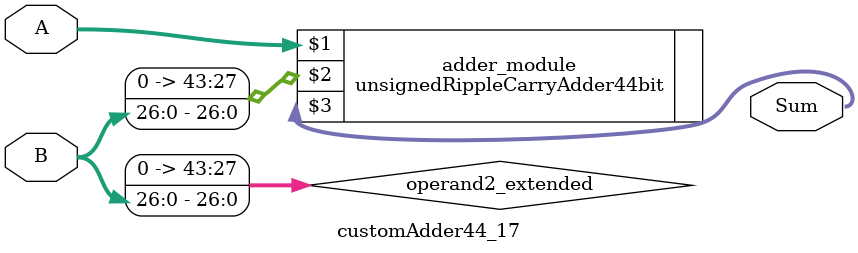
<source format=v>
module customAdder44_17(
                        input [43 : 0] A,
                        input [26 : 0] B,
                        
                        output [44 : 0] Sum
                );

        wire [43 : 0] operand2_extended;
        
        assign operand2_extended =  {17'b0, B};
        
        unsignedRippleCarryAdder44bit adder_module(
            A,
            operand2_extended,
            Sum
        );
        
        endmodule
        
</source>
